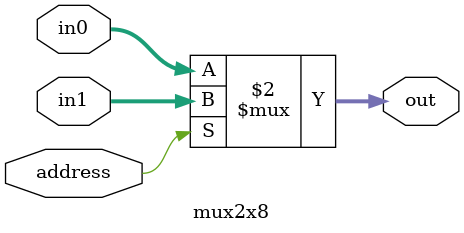
<source format=v>
`timescale 1ns / 1ps
module mux2x8(
    input address,
    input [7:0] in0,
    input [7:0] in1,
    output [7:0] out
    );
assign out = (address == 1'b1) ? in1 : in0;

endmodule

</source>
